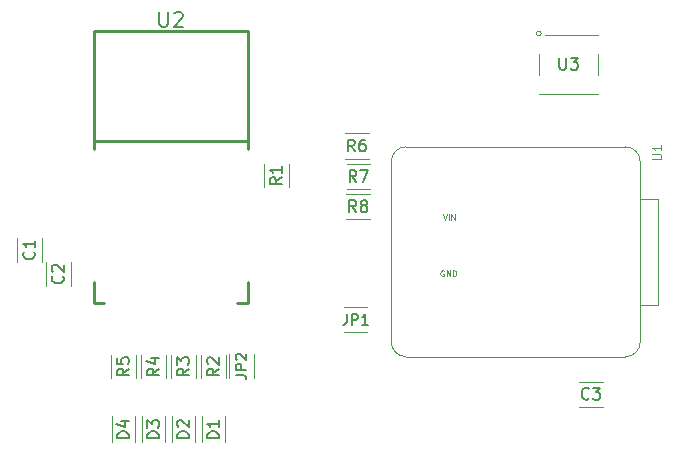
<source format=gbr>
%TF.GenerationSoftware,KiCad,Pcbnew,9.0.0*%
%TF.CreationDate,2025-04-08T23:40:40+05:30*%
%TF.ProjectId,UWB-Xiao-Node,5557422d-5869-4616-9f2d-4e6f64652e6b,rev?*%
%TF.SameCoordinates,Original*%
%TF.FileFunction,Legend,Top*%
%TF.FilePolarity,Positive*%
%FSLAX46Y46*%
G04 Gerber Fmt 4.6, Leading zero omitted, Abs format (unit mm)*
G04 Created by KiCad (PCBNEW 9.0.0) date 2025-04-08 23:40:40*
%MOMM*%
%LPD*%
G01*
G04 APERTURE LIST*
%ADD10C,0.150000*%
%ADD11C,0.106680*%
%ADD12C,0.100000*%
%ADD13C,0.120000*%
%ADD14C,0.254000*%
G04 APERTURE END LIST*
D10*
X91847691Y-83469074D02*
X92490548Y-83469074D01*
X92490548Y-83469074D02*
X92619119Y-83511931D01*
X92619119Y-83511931D02*
X92704834Y-83597645D01*
X92704834Y-83597645D02*
X92747691Y-83726217D01*
X92747691Y-83726217D02*
X92747691Y-83811931D01*
X92747691Y-83040503D02*
X91847691Y-83040503D01*
X91847691Y-83040503D02*
X91847691Y-82697646D01*
X91847691Y-82697646D02*
X91890548Y-82611931D01*
X91890548Y-82611931D02*
X91933405Y-82569074D01*
X91933405Y-82569074D02*
X92019119Y-82526217D01*
X92019119Y-82526217D02*
X92147691Y-82526217D01*
X92147691Y-82526217D02*
X92233405Y-82569074D01*
X92233405Y-82569074D02*
X92276262Y-82611931D01*
X92276262Y-82611931D02*
X92319119Y-82697646D01*
X92319119Y-82697646D02*
X92319119Y-83040503D01*
X91933405Y-82183360D02*
X91890548Y-82140503D01*
X91890548Y-82140503D02*
X91847691Y-82054789D01*
X91847691Y-82054789D02*
X91847691Y-81840503D01*
X91847691Y-81840503D02*
X91890548Y-81754789D01*
X91890548Y-81754789D02*
X91933405Y-81711931D01*
X91933405Y-81711931D02*
X92019119Y-81669074D01*
X92019119Y-81669074D02*
X92104834Y-81669074D01*
X92104834Y-81669074D02*
X92233405Y-81711931D01*
X92233405Y-81711931D02*
X92747691Y-82226217D01*
X92747691Y-82226217D02*
X92747691Y-81669074D01*
X95735999Y-66731199D02*
X95259808Y-67064532D01*
X95735999Y-67302627D02*
X94735999Y-67302627D01*
X94735999Y-67302627D02*
X94735999Y-66921675D01*
X94735999Y-66921675D02*
X94783618Y-66826437D01*
X94783618Y-66826437D02*
X94831237Y-66778818D01*
X94831237Y-66778818D02*
X94926475Y-66731199D01*
X94926475Y-66731199D02*
X95069332Y-66731199D01*
X95069332Y-66731199D02*
X95164570Y-66778818D01*
X95164570Y-66778818D02*
X95212189Y-66826437D01*
X95212189Y-66826437D02*
X95259808Y-66921675D01*
X95259808Y-66921675D02*
X95259808Y-67302627D01*
X95735999Y-65778818D02*
X95735999Y-66350246D01*
X95735999Y-66064532D02*
X94735999Y-66064532D01*
X94735999Y-66064532D02*
X94878856Y-66159770D01*
X94878856Y-66159770D02*
X94974094Y-66255008D01*
X94974094Y-66255008D02*
X95021713Y-66350246D01*
X85392380Y-52717726D02*
X85392380Y-53745821D01*
X85392380Y-53745821D02*
X85452857Y-53866773D01*
X85452857Y-53866773D02*
X85513333Y-53927250D01*
X85513333Y-53927250D02*
X85634285Y-53987726D01*
X85634285Y-53987726D02*
X85876190Y-53987726D01*
X85876190Y-53987726D02*
X85997142Y-53927250D01*
X85997142Y-53927250D02*
X86057619Y-53866773D01*
X86057619Y-53866773D02*
X86118095Y-53745821D01*
X86118095Y-53745821D02*
X86118095Y-52717726D01*
X86662380Y-52838678D02*
X86722856Y-52778202D01*
X86722856Y-52778202D02*
X86843809Y-52717726D01*
X86843809Y-52717726D02*
X87146190Y-52717726D01*
X87146190Y-52717726D02*
X87267142Y-52778202D01*
X87267142Y-52778202D02*
X87327618Y-52838678D01*
X87327618Y-52838678D02*
X87388095Y-52959630D01*
X87388095Y-52959630D02*
X87388095Y-53080583D01*
X87388095Y-53080583D02*
X87327618Y-53262011D01*
X87327618Y-53262011D02*
X86601904Y-53987726D01*
X86601904Y-53987726D02*
X87388095Y-53987726D01*
X82799819Y-82921666D02*
X82323628Y-83254999D01*
X82799819Y-83493094D02*
X81799819Y-83493094D01*
X81799819Y-83493094D02*
X81799819Y-83112142D01*
X81799819Y-83112142D02*
X81847438Y-83016904D01*
X81847438Y-83016904D02*
X81895057Y-82969285D01*
X81895057Y-82969285D02*
X81990295Y-82921666D01*
X81990295Y-82921666D02*
X82133152Y-82921666D01*
X82133152Y-82921666D02*
X82228390Y-82969285D01*
X82228390Y-82969285D02*
X82276009Y-83016904D01*
X82276009Y-83016904D02*
X82323628Y-83112142D01*
X82323628Y-83112142D02*
X82323628Y-83493094D01*
X81799819Y-82016904D02*
X81799819Y-82493094D01*
X81799819Y-82493094D02*
X82276009Y-82540713D01*
X82276009Y-82540713D02*
X82228390Y-82493094D01*
X82228390Y-82493094D02*
X82180771Y-82397856D01*
X82180771Y-82397856D02*
X82180771Y-82159761D01*
X82180771Y-82159761D02*
X82228390Y-82064523D01*
X82228390Y-82064523D02*
X82276009Y-82016904D01*
X82276009Y-82016904D02*
X82371247Y-81969285D01*
X82371247Y-81969285D02*
X82609342Y-81969285D01*
X82609342Y-81969285D02*
X82704580Y-82016904D01*
X82704580Y-82016904D02*
X82752200Y-82064523D01*
X82752200Y-82064523D02*
X82799819Y-82159761D01*
X82799819Y-82159761D02*
X82799819Y-82397856D01*
X82799819Y-82397856D02*
X82752200Y-82493094D01*
X82752200Y-82493094D02*
X82704580Y-82540713D01*
X74751190Y-73041972D02*
X74798810Y-73089591D01*
X74798810Y-73089591D02*
X74846429Y-73232448D01*
X74846429Y-73232448D02*
X74846429Y-73327686D01*
X74846429Y-73327686D02*
X74798810Y-73470543D01*
X74798810Y-73470543D02*
X74703571Y-73565781D01*
X74703571Y-73565781D02*
X74608333Y-73613400D01*
X74608333Y-73613400D02*
X74417857Y-73661019D01*
X74417857Y-73661019D02*
X74275000Y-73661019D01*
X74275000Y-73661019D02*
X74084524Y-73613400D01*
X74084524Y-73613400D02*
X73989286Y-73565781D01*
X73989286Y-73565781D02*
X73894048Y-73470543D01*
X73894048Y-73470543D02*
X73846429Y-73327686D01*
X73846429Y-73327686D02*
X73846429Y-73232448D01*
X73846429Y-73232448D02*
X73894048Y-73089591D01*
X73894048Y-73089591D02*
X73941667Y-73041972D01*
X74846429Y-72089591D02*
X74846429Y-72661019D01*
X74846429Y-72375305D02*
X73846429Y-72375305D01*
X73846429Y-72375305D02*
X73989286Y-72470543D01*
X73989286Y-72470543D02*
X74084524Y-72565781D01*
X74084524Y-72565781D02*
X74132143Y-72661019D01*
X85342974Y-88814351D02*
X84342974Y-88814351D01*
X84342974Y-88814351D02*
X84342974Y-88576256D01*
X84342974Y-88576256D02*
X84390593Y-88433399D01*
X84390593Y-88433399D02*
X84485831Y-88338161D01*
X84485831Y-88338161D02*
X84581069Y-88290542D01*
X84581069Y-88290542D02*
X84771545Y-88242923D01*
X84771545Y-88242923D02*
X84914402Y-88242923D01*
X84914402Y-88242923D02*
X85104878Y-88290542D01*
X85104878Y-88290542D02*
X85200116Y-88338161D01*
X85200116Y-88338161D02*
X85295355Y-88433399D01*
X85295355Y-88433399D02*
X85342974Y-88576256D01*
X85342974Y-88576256D02*
X85342974Y-88814351D01*
X84342974Y-87909589D02*
X84342974Y-87290542D01*
X84342974Y-87290542D02*
X84723926Y-87623875D01*
X84723926Y-87623875D02*
X84723926Y-87481018D01*
X84723926Y-87481018D02*
X84771545Y-87385780D01*
X84771545Y-87385780D02*
X84819164Y-87338161D01*
X84819164Y-87338161D02*
X84914402Y-87290542D01*
X84914402Y-87290542D02*
X85152497Y-87290542D01*
X85152497Y-87290542D02*
X85247735Y-87338161D01*
X85247735Y-87338161D02*
X85295355Y-87385780D01*
X85295355Y-87385780D02*
X85342974Y-87481018D01*
X85342974Y-87481018D02*
X85342974Y-87766732D01*
X85342974Y-87766732D02*
X85295355Y-87861970D01*
X85295355Y-87861970D02*
X85247735Y-87909589D01*
X102068333Y-67129819D02*
X101735000Y-66653628D01*
X101496905Y-67129819D02*
X101496905Y-66129819D01*
X101496905Y-66129819D02*
X101877857Y-66129819D01*
X101877857Y-66129819D02*
X101973095Y-66177438D01*
X101973095Y-66177438D02*
X102020714Y-66225057D01*
X102020714Y-66225057D02*
X102068333Y-66320295D01*
X102068333Y-66320295D02*
X102068333Y-66463152D01*
X102068333Y-66463152D02*
X102020714Y-66558390D01*
X102020714Y-66558390D02*
X101973095Y-66606009D01*
X101973095Y-66606009D02*
X101877857Y-66653628D01*
X101877857Y-66653628D02*
X101496905Y-66653628D01*
X102401667Y-66129819D02*
X103068333Y-66129819D01*
X103068333Y-66129819D02*
X102639762Y-67129819D01*
X102049646Y-69669819D02*
X101716313Y-69193628D01*
X101478218Y-69669819D02*
X101478218Y-68669819D01*
X101478218Y-68669819D02*
X101859170Y-68669819D01*
X101859170Y-68669819D02*
X101954408Y-68717438D01*
X101954408Y-68717438D02*
X102002027Y-68765057D01*
X102002027Y-68765057D02*
X102049646Y-68860295D01*
X102049646Y-68860295D02*
X102049646Y-69003152D01*
X102049646Y-69003152D02*
X102002027Y-69098390D01*
X102002027Y-69098390D02*
X101954408Y-69146009D01*
X101954408Y-69146009D02*
X101859170Y-69193628D01*
X101859170Y-69193628D02*
X101478218Y-69193628D01*
X102621075Y-69098390D02*
X102525837Y-69050771D01*
X102525837Y-69050771D02*
X102478218Y-69003152D01*
X102478218Y-69003152D02*
X102430599Y-68907914D01*
X102430599Y-68907914D02*
X102430599Y-68860295D01*
X102430599Y-68860295D02*
X102478218Y-68765057D01*
X102478218Y-68765057D02*
X102525837Y-68717438D01*
X102525837Y-68717438D02*
X102621075Y-68669819D01*
X102621075Y-68669819D02*
X102811551Y-68669819D01*
X102811551Y-68669819D02*
X102906789Y-68717438D01*
X102906789Y-68717438D02*
X102954408Y-68765057D01*
X102954408Y-68765057D02*
X103002027Y-68860295D01*
X103002027Y-68860295D02*
X103002027Y-68907914D01*
X103002027Y-68907914D02*
X102954408Y-69003152D01*
X102954408Y-69003152D02*
X102906789Y-69050771D01*
X102906789Y-69050771D02*
X102811551Y-69098390D01*
X102811551Y-69098390D02*
X102621075Y-69098390D01*
X102621075Y-69098390D02*
X102525837Y-69146009D01*
X102525837Y-69146009D02*
X102478218Y-69193628D01*
X102478218Y-69193628D02*
X102430599Y-69288866D01*
X102430599Y-69288866D02*
X102430599Y-69479342D01*
X102430599Y-69479342D02*
X102478218Y-69574580D01*
X102478218Y-69574580D02*
X102525837Y-69622200D01*
X102525837Y-69622200D02*
X102621075Y-69669819D01*
X102621075Y-69669819D02*
X102811551Y-69669819D01*
X102811551Y-69669819D02*
X102906789Y-69622200D01*
X102906789Y-69622200D02*
X102954408Y-69574580D01*
X102954408Y-69574580D02*
X103002027Y-69479342D01*
X103002027Y-69479342D02*
X103002027Y-69288866D01*
X103002027Y-69288866D02*
X102954408Y-69193628D01*
X102954408Y-69193628D02*
X102906789Y-69146009D01*
X102906789Y-69146009D02*
X102811551Y-69098390D01*
X119253095Y-56604819D02*
X119253095Y-57414342D01*
X119253095Y-57414342D02*
X119300714Y-57509580D01*
X119300714Y-57509580D02*
X119348333Y-57557200D01*
X119348333Y-57557200D02*
X119443571Y-57604819D01*
X119443571Y-57604819D02*
X119634047Y-57604819D01*
X119634047Y-57604819D02*
X119729285Y-57557200D01*
X119729285Y-57557200D02*
X119776904Y-57509580D01*
X119776904Y-57509580D02*
X119824523Y-57414342D01*
X119824523Y-57414342D02*
X119824523Y-56604819D01*
X120205476Y-56604819D02*
X120824523Y-56604819D01*
X120824523Y-56604819D02*
X120491190Y-56985771D01*
X120491190Y-56985771D02*
X120634047Y-56985771D01*
X120634047Y-56985771D02*
X120729285Y-57033390D01*
X120729285Y-57033390D02*
X120776904Y-57081009D01*
X120776904Y-57081009D02*
X120824523Y-57176247D01*
X120824523Y-57176247D02*
X120824523Y-57414342D01*
X120824523Y-57414342D02*
X120776904Y-57509580D01*
X120776904Y-57509580D02*
X120729285Y-57557200D01*
X120729285Y-57557200D02*
X120634047Y-57604819D01*
X120634047Y-57604819D02*
X120348333Y-57604819D01*
X120348333Y-57604819D02*
X120253095Y-57557200D01*
X120253095Y-57557200D02*
X120205476Y-57509580D01*
D11*
X127111917Y-65215409D02*
X127745224Y-65215409D01*
X127745224Y-65215409D02*
X127819730Y-65178156D01*
X127819730Y-65178156D02*
X127856984Y-65140902D01*
X127856984Y-65140902D02*
X127894237Y-65066396D01*
X127894237Y-65066396D02*
X127894237Y-64917382D01*
X127894237Y-64917382D02*
X127856984Y-64842876D01*
X127856984Y-64842876D02*
X127819730Y-64805622D01*
X127819730Y-64805622D02*
X127745224Y-64768369D01*
X127745224Y-64768369D02*
X127111917Y-64768369D01*
X127894237Y-63986049D02*
X127894237Y-64433089D01*
X127894237Y-64209569D02*
X127111917Y-64209569D01*
X127111917Y-64209569D02*
X127223677Y-64284076D01*
X127223677Y-64284076D02*
X127298184Y-64358583D01*
X127298184Y-64358583D02*
X127335437Y-64433089D01*
D12*
X109381214Y-69855672D02*
X109547880Y-70355672D01*
X109547880Y-70355672D02*
X109714547Y-69855672D01*
X109881213Y-70355672D02*
X109881213Y-69855672D01*
X110119308Y-70355672D02*
X110119308Y-69855672D01*
X110119308Y-69855672D02*
X110405022Y-70355672D01*
X110405022Y-70355672D02*
X110405022Y-69855672D01*
X109465071Y-74632703D02*
X109417452Y-74608893D01*
X109417452Y-74608893D02*
X109346023Y-74608893D01*
X109346023Y-74608893D02*
X109274595Y-74632703D01*
X109274595Y-74632703D02*
X109226976Y-74680322D01*
X109226976Y-74680322D02*
X109203166Y-74727941D01*
X109203166Y-74727941D02*
X109179357Y-74823179D01*
X109179357Y-74823179D02*
X109179357Y-74894607D01*
X109179357Y-74894607D02*
X109203166Y-74989845D01*
X109203166Y-74989845D02*
X109226976Y-75037464D01*
X109226976Y-75037464D02*
X109274595Y-75085084D01*
X109274595Y-75085084D02*
X109346023Y-75108893D01*
X109346023Y-75108893D02*
X109393642Y-75108893D01*
X109393642Y-75108893D02*
X109465071Y-75085084D01*
X109465071Y-75085084D02*
X109488880Y-75061274D01*
X109488880Y-75061274D02*
X109488880Y-74894607D01*
X109488880Y-74894607D02*
X109393642Y-74894607D01*
X109703166Y-75108893D02*
X109703166Y-74608893D01*
X109703166Y-74608893D02*
X109988880Y-75108893D01*
X109988880Y-75108893D02*
X109988880Y-74608893D01*
X110226976Y-75108893D02*
X110226976Y-74608893D01*
X110226976Y-74608893D02*
X110346024Y-74608893D01*
X110346024Y-74608893D02*
X110417452Y-74632703D01*
X110417452Y-74632703D02*
X110465071Y-74680322D01*
X110465071Y-74680322D02*
X110488881Y-74727941D01*
X110488881Y-74727941D02*
X110512690Y-74823179D01*
X110512690Y-74823179D02*
X110512690Y-74894607D01*
X110512690Y-74894607D02*
X110488881Y-74989845D01*
X110488881Y-74989845D02*
X110465071Y-75037464D01*
X110465071Y-75037464D02*
X110417452Y-75085084D01*
X110417452Y-75085084D02*
X110346024Y-75108893D01*
X110346024Y-75108893D02*
X110226976Y-75108893D01*
D10*
X85339819Y-82921666D02*
X84863628Y-83254999D01*
X85339819Y-83493094D02*
X84339819Y-83493094D01*
X84339819Y-83493094D02*
X84339819Y-83112142D01*
X84339819Y-83112142D02*
X84387438Y-83016904D01*
X84387438Y-83016904D02*
X84435057Y-82969285D01*
X84435057Y-82969285D02*
X84530295Y-82921666D01*
X84530295Y-82921666D02*
X84673152Y-82921666D01*
X84673152Y-82921666D02*
X84768390Y-82969285D01*
X84768390Y-82969285D02*
X84816009Y-83016904D01*
X84816009Y-83016904D02*
X84863628Y-83112142D01*
X84863628Y-83112142D02*
X84863628Y-83493094D01*
X84673152Y-82064523D02*
X85339819Y-82064523D01*
X84292200Y-82302618D02*
X85006485Y-82540713D01*
X85006485Y-82540713D02*
X85006485Y-81921666D01*
X101928100Y-64524388D02*
X101594767Y-64048197D01*
X101356672Y-64524388D02*
X101356672Y-63524388D01*
X101356672Y-63524388D02*
X101737624Y-63524388D01*
X101737624Y-63524388D02*
X101832862Y-63572007D01*
X101832862Y-63572007D02*
X101880481Y-63619626D01*
X101880481Y-63619626D02*
X101928100Y-63714864D01*
X101928100Y-63714864D02*
X101928100Y-63857721D01*
X101928100Y-63857721D02*
X101880481Y-63952959D01*
X101880481Y-63952959D02*
X101832862Y-64000578D01*
X101832862Y-64000578D02*
X101737624Y-64048197D01*
X101737624Y-64048197D02*
X101356672Y-64048197D01*
X102785243Y-63524388D02*
X102594767Y-63524388D01*
X102594767Y-63524388D02*
X102499529Y-63572007D01*
X102499529Y-63572007D02*
X102451910Y-63619626D01*
X102451910Y-63619626D02*
X102356672Y-63762483D01*
X102356672Y-63762483D02*
X102309053Y-63952959D01*
X102309053Y-63952959D02*
X102309053Y-64333911D01*
X102309053Y-64333911D02*
X102356672Y-64429149D01*
X102356672Y-64429149D02*
X102404291Y-64476769D01*
X102404291Y-64476769D02*
X102499529Y-64524388D01*
X102499529Y-64524388D02*
X102690005Y-64524388D01*
X102690005Y-64524388D02*
X102785243Y-64476769D01*
X102785243Y-64476769D02*
X102832862Y-64429149D01*
X102832862Y-64429149D02*
X102880481Y-64333911D01*
X102880481Y-64333911D02*
X102880481Y-64095816D01*
X102880481Y-64095816D02*
X102832862Y-64000578D01*
X102832862Y-64000578D02*
X102785243Y-63952959D01*
X102785243Y-63952959D02*
X102690005Y-63905340D01*
X102690005Y-63905340D02*
X102499529Y-63905340D01*
X102499529Y-63905340D02*
X102404291Y-63952959D01*
X102404291Y-63952959D02*
X102356672Y-64000578D01*
X102356672Y-64000578D02*
X102309053Y-64095816D01*
X90422974Y-88814351D02*
X89422974Y-88814351D01*
X89422974Y-88814351D02*
X89422974Y-88576256D01*
X89422974Y-88576256D02*
X89470593Y-88433399D01*
X89470593Y-88433399D02*
X89565831Y-88338161D01*
X89565831Y-88338161D02*
X89661069Y-88290542D01*
X89661069Y-88290542D02*
X89851545Y-88242923D01*
X89851545Y-88242923D02*
X89994402Y-88242923D01*
X89994402Y-88242923D02*
X90184878Y-88290542D01*
X90184878Y-88290542D02*
X90280116Y-88338161D01*
X90280116Y-88338161D02*
X90375355Y-88433399D01*
X90375355Y-88433399D02*
X90422974Y-88576256D01*
X90422974Y-88576256D02*
X90422974Y-88814351D01*
X90422974Y-87290542D02*
X90422974Y-87861970D01*
X90422974Y-87576256D02*
X89422974Y-87576256D01*
X89422974Y-87576256D02*
X89565831Y-87671494D01*
X89565831Y-87671494D02*
X89661069Y-87766732D01*
X89661069Y-87766732D02*
X89708688Y-87861970D01*
X77194580Y-75096666D02*
X77242200Y-75144285D01*
X77242200Y-75144285D02*
X77289819Y-75287142D01*
X77289819Y-75287142D02*
X77289819Y-75382380D01*
X77289819Y-75382380D02*
X77242200Y-75525237D01*
X77242200Y-75525237D02*
X77146961Y-75620475D01*
X77146961Y-75620475D02*
X77051723Y-75668094D01*
X77051723Y-75668094D02*
X76861247Y-75715713D01*
X76861247Y-75715713D02*
X76718390Y-75715713D01*
X76718390Y-75715713D02*
X76527914Y-75668094D01*
X76527914Y-75668094D02*
X76432676Y-75620475D01*
X76432676Y-75620475D02*
X76337438Y-75525237D01*
X76337438Y-75525237D02*
X76289819Y-75382380D01*
X76289819Y-75382380D02*
X76289819Y-75287142D01*
X76289819Y-75287142D02*
X76337438Y-75144285D01*
X76337438Y-75144285D02*
X76385057Y-75096666D01*
X76385057Y-74715713D02*
X76337438Y-74668094D01*
X76337438Y-74668094D02*
X76289819Y-74572856D01*
X76289819Y-74572856D02*
X76289819Y-74334761D01*
X76289819Y-74334761D02*
X76337438Y-74239523D01*
X76337438Y-74239523D02*
X76385057Y-74191904D01*
X76385057Y-74191904D02*
X76480295Y-74144285D01*
X76480295Y-74144285D02*
X76575533Y-74144285D01*
X76575533Y-74144285D02*
X76718390Y-74191904D01*
X76718390Y-74191904D02*
X77289819Y-74763332D01*
X77289819Y-74763332D02*
X77289819Y-74144285D01*
X82802974Y-88814351D02*
X81802974Y-88814351D01*
X81802974Y-88814351D02*
X81802974Y-88576256D01*
X81802974Y-88576256D02*
X81850593Y-88433399D01*
X81850593Y-88433399D02*
X81945831Y-88338161D01*
X81945831Y-88338161D02*
X82041069Y-88290542D01*
X82041069Y-88290542D02*
X82231545Y-88242923D01*
X82231545Y-88242923D02*
X82374402Y-88242923D01*
X82374402Y-88242923D02*
X82564878Y-88290542D01*
X82564878Y-88290542D02*
X82660116Y-88338161D01*
X82660116Y-88338161D02*
X82755355Y-88433399D01*
X82755355Y-88433399D02*
X82802974Y-88576256D01*
X82802974Y-88576256D02*
X82802974Y-88814351D01*
X82136307Y-87385780D02*
X82802974Y-87385780D01*
X81755355Y-87623875D02*
X82469640Y-87861970D01*
X82469640Y-87861970D02*
X82469640Y-87242923D01*
X87895517Y-88797976D02*
X86895517Y-88797976D01*
X86895517Y-88797976D02*
X86895517Y-88559881D01*
X86895517Y-88559881D02*
X86943136Y-88417024D01*
X86943136Y-88417024D02*
X87038374Y-88321786D01*
X87038374Y-88321786D02*
X87133612Y-88274167D01*
X87133612Y-88274167D02*
X87324088Y-88226548D01*
X87324088Y-88226548D02*
X87466945Y-88226548D01*
X87466945Y-88226548D02*
X87657421Y-88274167D01*
X87657421Y-88274167D02*
X87752659Y-88321786D01*
X87752659Y-88321786D02*
X87847898Y-88417024D01*
X87847898Y-88417024D02*
X87895517Y-88559881D01*
X87895517Y-88559881D02*
X87895517Y-88797976D01*
X86990755Y-87845595D02*
X86943136Y-87797976D01*
X86943136Y-87797976D02*
X86895517Y-87702738D01*
X86895517Y-87702738D02*
X86895517Y-87464643D01*
X86895517Y-87464643D02*
X86943136Y-87369405D01*
X86943136Y-87369405D02*
X86990755Y-87321786D01*
X86990755Y-87321786D02*
X87085993Y-87274167D01*
X87085993Y-87274167D02*
X87181231Y-87274167D01*
X87181231Y-87274167D02*
X87324088Y-87321786D01*
X87324088Y-87321786D02*
X87895517Y-87893214D01*
X87895517Y-87893214D02*
X87895517Y-87274167D01*
X121753333Y-85449580D02*
X121705714Y-85497200D01*
X121705714Y-85497200D02*
X121562857Y-85544819D01*
X121562857Y-85544819D02*
X121467619Y-85544819D01*
X121467619Y-85544819D02*
X121324762Y-85497200D01*
X121324762Y-85497200D02*
X121229524Y-85401961D01*
X121229524Y-85401961D02*
X121181905Y-85306723D01*
X121181905Y-85306723D02*
X121134286Y-85116247D01*
X121134286Y-85116247D02*
X121134286Y-84973390D01*
X121134286Y-84973390D02*
X121181905Y-84782914D01*
X121181905Y-84782914D02*
X121229524Y-84687676D01*
X121229524Y-84687676D02*
X121324762Y-84592438D01*
X121324762Y-84592438D02*
X121467619Y-84544819D01*
X121467619Y-84544819D02*
X121562857Y-84544819D01*
X121562857Y-84544819D02*
X121705714Y-84592438D01*
X121705714Y-84592438D02*
X121753333Y-84640057D01*
X122086667Y-84544819D02*
X122705714Y-84544819D01*
X122705714Y-84544819D02*
X122372381Y-84925771D01*
X122372381Y-84925771D02*
X122515238Y-84925771D01*
X122515238Y-84925771D02*
X122610476Y-84973390D01*
X122610476Y-84973390D02*
X122658095Y-85021009D01*
X122658095Y-85021009D02*
X122705714Y-85116247D01*
X122705714Y-85116247D02*
X122705714Y-85354342D01*
X122705714Y-85354342D02*
X122658095Y-85449580D01*
X122658095Y-85449580D02*
X122610476Y-85497200D01*
X122610476Y-85497200D02*
X122515238Y-85544819D01*
X122515238Y-85544819D02*
X122229524Y-85544819D01*
X122229524Y-85544819D02*
X122134286Y-85497200D01*
X122134286Y-85497200D02*
X122086667Y-85449580D01*
X87879819Y-82921666D02*
X87403628Y-83254999D01*
X87879819Y-83493094D02*
X86879819Y-83493094D01*
X86879819Y-83493094D02*
X86879819Y-83112142D01*
X86879819Y-83112142D02*
X86927438Y-83016904D01*
X86927438Y-83016904D02*
X86975057Y-82969285D01*
X86975057Y-82969285D02*
X87070295Y-82921666D01*
X87070295Y-82921666D02*
X87213152Y-82921666D01*
X87213152Y-82921666D02*
X87308390Y-82969285D01*
X87308390Y-82969285D02*
X87356009Y-83016904D01*
X87356009Y-83016904D02*
X87403628Y-83112142D01*
X87403628Y-83112142D02*
X87403628Y-83493094D01*
X86879819Y-82588332D02*
X86879819Y-81969285D01*
X86879819Y-81969285D02*
X87260771Y-82302618D01*
X87260771Y-82302618D02*
X87260771Y-82159761D01*
X87260771Y-82159761D02*
X87308390Y-82064523D01*
X87308390Y-82064523D02*
X87356009Y-82016904D01*
X87356009Y-82016904D02*
X87451247Y-81969285D01*
X87451247Y-81969285D02*
X87689342Y-81969285D01*
X87689342Y-81969285D02*
X87784580Y-82016904D01*
X87784580Y-82016904D02*
X87832200Y-82064523D01*
X87832200Y-82064523D02*
X87879819Y-82159761D01*
X87879819Y-82159761D02*
X87879819Y-82445475D01*
X87879819Y-82445475D02*
X87832200Y-82540713D01*
X87832200Y-82540713D02*
X87784580Y-82588332D01*
X90419819Y-82921666D02*
X89943628Y-83254999D01*
X90419819Y-83493094D02*
X89419819Y-83493094D01*
X89419819Y-83493094D02*
X89419819Y-83112142D01*
X89419819Y-83112142D02*
X89467438Y-83016904D01*
X89467438Y-83016904D02*
X89515057Y-82969285D01*
X89515057Y-82969285D02*
X89610295Y-82921666D01*
X89610295Y-82921666D02*
X89753152Y-82921666D01*
X89753152Y-82921666D02*
X89848390Y-82969285D01*
X89848390Y-82969285D02*
X89896009Y-83016904D01*
X89896009Y-83016904D02*
X89943628Y-83112142D01*
X89943628Y-83112142D02*
X89943628Y-83493094D01*
X89515057Y-82540713D02*
X89467438Y-82493094D01*
X89467438Y-82493094D02*
X89419819Y-82397856D01*
X89419819Y-82397856D02*
X89419819Y-82159761D01*
X89419819Y-82159761D02*
X89467438Y-82064523D01*
X89467438Y-82064523D02*
X89515057Y-82016904D01*
X89515057Y-82016904D02*
X89610295Y-81969285D01*
X89610295Y-81969285D02*
X89705533Y-81969285D01*
X89705533Y-81969285D02*
X89848390Y-82016904D01*
X89848390Y-82016904D02*
X90419819Y-82588332D01*
X90419819Y-82588332D02*
X90419819Y-81969285D01*
X101253735Y-78296555D02*
X101253735Y-78939412D01*
X101253735Y-78939412D02*
X101210878Y-79067983D01*
X101210878Y-79067983D02*
X101125164Y-79153698D01*
X101125164Y-79153698D02*
X100996592Y-79196555D01*
X100996592Y-79196555D02*
X100910878Y-79196555D01*
X101682306Y-79196555D02*
X101682306Y-78296555D01*
X101682306Y-78296555D02*
X102025163Y-78296555D01*
X102025163Y-78296555D02*
X102110878Y-78339412D01*
X102110878Y-78339412D02*
X102153735Y-78382269D01*
X102153735Y-78382269D02*
X102196592Y-78467983D01*
X102196592Y-78467983D02*
X102196592Y-78596555D01*
X102196592Y-78596555D02*
X102153735Y-78682269D01*
X102153735Y-78682269D02*
X102110878Y-78725126D01*
X102110878Y-78725126D02*
X102025163Y-78767983D01*
X102025163Y-78767983D02*
X101682306Y-78767983D01*
X103053735Y-79196555D02*
X102539449Y-79196555D01*
X102796592Y-79196555D02*
X102796592Y-78296555D01*
X102796592Y-78296555D02*
X102710878Y-78425126D01*
X102710878Y-78425126D02*
X102625163Y-78510840D01*
X102625163Y-78510840D02*
X102539449Y-78553698D01*
D13*
%TO.C,JP2*%
X91283162Y-83719075D02*
X91283162Y-81719075D01*
X93423162Y-81719075D02*
X93423162Y-83719075D01*
%TO.C,R1*%
X94211180Y-67564533D02*
X94211180Y-65564533D01*
X96351180Y-65564533D02*
X96351180Y-67564533D01*
D14*
%TO.C,U2*%
X92860000Y-54370000D02*
X92860000Y-64288900D01*
X79860000Y-54370000D02*
X92860000Y-54370000D01*
X79860000Y-63639500D02*
X92860000Y-63639500D01*
X79860000Y-64288900D02*
X79860000Y-54370000D01*
X92860000Y-75551200D02*
X92860000Y-77370100D01*
X79860000Y-75551200D02*
X79860000Y-77370100D01*
X92860000Y-77370100D02*
X91991200Y-77370100D01*
X79860000Y-77370100D02*
X80728800Y-77370100D01*
D13*
%TO.C,R5*%
X83415000Y-81755000D02*
X83415000Y-83755000D01*
X81275000Y-83755000D02*
X81275000Y-81755000D01*
%TO.C,C1*%
X75461610Y-71875306D02*
X75461610Y-73875306D01*
X73321610Y-73875306D02*
X73321610Y-71875306D01*
%TO.C,D3*%
X85888155Y-89176257D02*
X85888155Y-86976257D01*
X83938155Y-89176257D02*
X83938155Y-86976257D01*
%TO.C,R7*%
X101235000Y-65605000D02*
X103235000Y-65605000D01*
X103235000Y-67745000D02*
X101235000Y-67745000D01*
%TO.C,R8*%
X101216313Y-68145000D02*
X103216313Y-68145000D01*
X103216313Y-70285000D02*
X101216313Y-70285000D01*
%TO.C,U3*%
X122515000Y-54650000D02*
X118015000Y-54650000D01*
X122515000Y-58050000D02*
X122515000Y-56250000D01*
X117515000Y-58050000D02*
X117515000Y-56250000D01*
X117515000Y-59650000D02*
X122515000Y-59650000D01*
X117715000Y-54550000D02*
G75*
G02*
X117315000Y-54550000I-200000J0D01*
G01*
X117315000Y-54550000D02*
G75*
G02*
X117715000Y-54550000I200000J0D01*
G01*
%TO.C,U1*%
X106289000Y-64137500D02*
X124831000Y-64137500D01*
X126101000Y-65407500D02*
X126101000Y-80647500D01*
X105019000Y-80647500D02*
X105019000Y-65407500D01*
X124831000Y-81917500D02*
X106289000Y-81917500D01*
X126101000Y-68527500D02*
X127625000Y-68527500D01*
X127625000Y-77527500D01*
X126101000Y-77527500D01*
X126101000Y-68527500D01*
X124831000Y-64137500D02*
G75*
G02*
X126101000Y-65407500I1J-1269999D01*
G01*
X105019000Y-65407500D02*
G75*
G02*
X106289000Y-64137500I1269999J1D01*
G01*
X126101000Y-80647500D02*
G75*
G02*
X124831000Y-81917500I-1269998J-2D01*
G01*
X106289000Y-81917500D02*
G75*
G02*
X105019004Y-80647500I2J1269998D01*
G01*
%TO.C,R4*%
X85955000Y-81755000D02*
X85955000Y-83755000D01*
X83815000Y-83755000D02*
X83815000Y-81755000D01*
%TO.C,R6*%
X101094767Y-62999569D02*
X103094767Y-62999569D01*
X103094767Y-65139569D02*
X101094767Y-65139569D01*
%TO.C,D1*%
X90968155Y-89176257D02*
X90968155Y-86976257D01*
X89018155Y-89176257D02*
X89018155Y-86976257D01*
%TO.C,C2*%
X77905000Y-73930000D02*
X77905000Y-75930000D01*
X75765000Y-75930000D02*
X75765000Y-73930000D01*
%TO.C,D4*%
X83348155Y-89176257D02*
X83348155Y-86976257D01*
X81398155Y-89176257D02*
X81398155Y-86976257D01*
%TO.C,D2*%
X88440698Y-89159882D02*
X88440698Y-86959882D01*
X86490698Y-89159882D02*
X86490698Y-86959882D01*
%TO.C,C3*%
X120920000Y-84020000D02*
X122920000Y-84020000D01*
X122920000Y-86160000D02*
X120920000Y-86160000D01*
%TO.C,R3*%
X88495000Y-81755000D02*
X88495000Y-83755000D01*
X86355000Y-83755000D02*
X86355000Y-81755000D01*
%TO.C,R2*%
X91035000Y-81755000D02*
X91035000Y-83755000D01*
X88895000Y-83755000D02*
X88895000Y-81755000D01*
%TO.C,JP1*%
X101003735Y-77717998D02*
X103003735Y-77717998D01*
X103003735Y-79857998D02*
X101003735Y-79857998D01*
%TD*%
M02*

</source>
